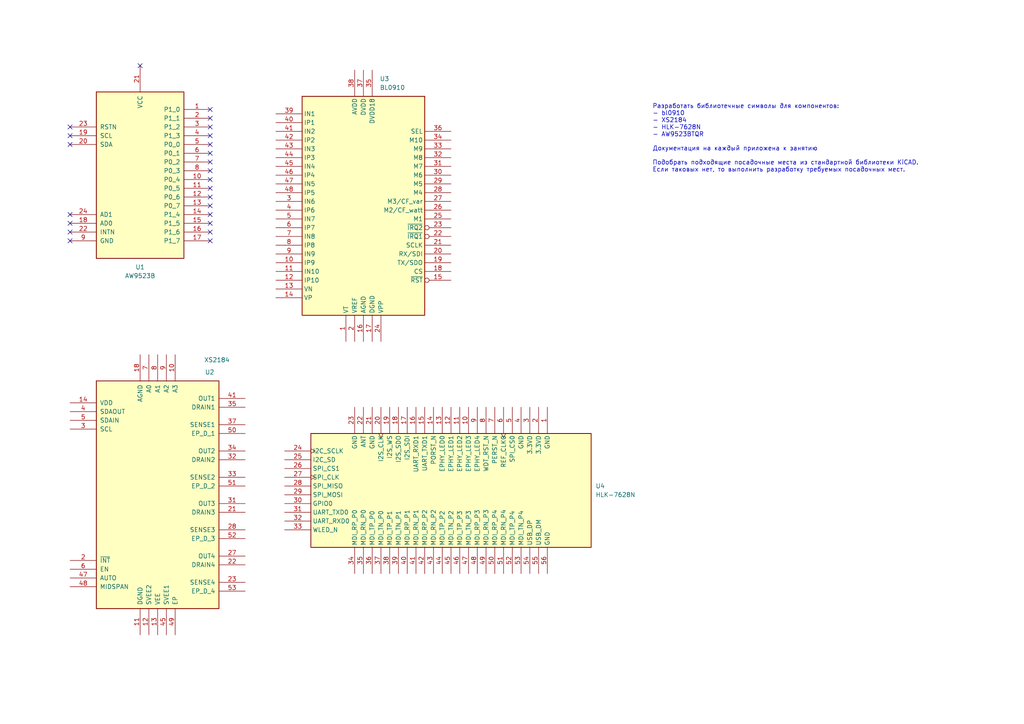
<source format=kicad_sch>
(kicad_sch (version 20231120) (generator "eeschema") (generator_version "8.0")
  (paper "A4")
  (lib_symbols
    (symbol "mipt:AW9523B" (pin_names (offset 1.016))
      (property "Reference" "U" (at 0 -2.54 0))
      (property "Value" "AW9523B" (at 0 2.54 0))
      (symbol "AW9523B_1_0"
        (rectangle (start -12.7 24.13) (end 12.7 -24.13) (stroke (width 0.254)) (fill (type background)))
      )
      (symbol "AW9523B_1_1"
        (pin bidirectional line (at 20.32 19.05 180) (length 7.62) (name "P1_0") (number "1"))
        (pin bidirectional line (at 20.32 -1.27 180) (length 7.62) (name "P0_4") (number "10"))
        (pin bidirectional line (at 20.32 -3.81 180) (length 7.62) (name "P0_5") (number "11"))
        (pin bidirectional line (at 20.32 -6.35 180) (length 7.62) (name "P0_6") (number "12"))
        (pin bidirectional line (at 20.32 -8.89 180) (length 7.62) (name "P0_7") (number "13"))
        (pin bidirectional line (at 20.32 -11.43 180) (length 7.62) (name "P1_4") (number "14"))
        (pin bidirectional line (at 20.32 -13.97 180) (length 7.62) (name "P1_5") (number "15"))
        (pin bidirectional line (at 20.32 -16.51 180) (length 7.62) (name "P1_6") (number "16"))
        (pin bidirectional line (at 20.32 -19.05 180) (length 7.62) (name "P1_7") (number "17"))
        (pin input line (at -20.32 -13.97 0) (length 7.62) (name "AD0") (number "18"))
        (pin input line (at -20.32 11.43 0) (length 7.62) (name "SCL") (number "19"))
        (pin bidirectional line (at 20.32 16.51 180) (length 7.62) (name "P1_1") (number "2"))
        (pin bidirectional line (at -20.32 8.89 0) (length 7.62) (name "SDA") (number "20"))
        (pin power_in line (at 0 31.75 270) (length 7.62) (name "VCC") (number "21"))
        (pin output line (at -20.32 -16.51 0) (length 7.62) (name "INTN") (number "22"))
        (pin input line (at -20.32 13.97 0) (length 7.62) (name "RSTN") (number "23"))
        (pin input line (at -20.32 -11.43 0) (length 7.62) (name "AD1") (number "24"))
        (pin bidirectional line (at 20.32 13.97 180) (length 7.62) (name "P1_2") (number "3"))
        (pin bidirectional line (at 20.32 11.43 180) (length 7.62) (name "P1_3") (number "4"))
        (pin bidirectional line (at 20.32 8.89 180) (length 7.62) (name "P0_0") (number "5"))
        (pin bidirectional line (at 20.32 6.35 180) (length 7.62) (name "P0_1") (number "6"))
        (pin bidirectional line (at 20.32 3.81 180) (length 7.62) (name "P0_2") (number "7"))
        (pin bidirectional line (at 20.32 1.27 180) (length 7.62) (name "P0_3") (number "8"))
        (pin power_in line (at -20.32 -19.05 0) (length 7.62) (name "GND") (number "9"))
      )
    )
    (symbol "mipt:HLK-7628N"
      (property "Reference" "U" (at 42.164 1.016 0))
      (property "Value" "HLK-7628N" (at 47.244 -1.524 0))
      (symbol "HLK-7628N_1_0"
        (rectangle (start -40.64 16.51) (end 40.64 -16.51) (stroke (width 0.254)) (fill (type background)))
      )
      (symbol "HLK-7628N_1_1"
        (pin power_in line (at 27.94 24.13 270) (length 7.62) (name "GND") (number "1"))
        (pin bidirectional line (at 5.08 24.13 270) (length 7.62) (name "EPHY_LED3") (number "10"))
        (pin bidirectional line (at 2.54 24.13 270) (length 7.62) (name "EPHY_LED2") (number "11"))
        (pin bidirectional line (at 0 24.13 270) (length 7.62) (name "EPHY_LED1") (number "12"))
        (pin bidirectional line (at -2.54 24.13 270) (length 7.62) (name "EPHY_LED0") (number "13"))
        (pin bidirectional line (at -5.08 24.13 270) (length 7.62) (name "PORST_N") (number "14"))
        (pin output line (at -7.62 24.13 270) (length 7.62) (name "UART_TXD1") (number "15"))
        (pin input line (at -10.16 24.13 270) (length 7.62) (name "UART_RXD1") (number "16"))
        (pin bidirectional line (at -12.7 24.13 270) (length 7.62) (name "I2S_SDI") (number "17"))
        (pin bidirectional line (at -15.24 24.13 270) (length 7.62) (name "I2S_SDO") (number "18"))
        (pin bidirectional line (at -17.78 24.13 270) (length 7.62) (name "I2S_WS") (number "19"))
        (pin power_in line (at 25.4 24.13 270) (length 7.62) (name "3.3VD") (number "2"))
        (pin bidirectional clock (at -20.32 24.13 270) (length 7.62) (name "I2S_CLK") (number "20"))
        (pin power_in line (at -22.86 24.13 270) (length 7.62) (name "GND") (number "21"))
        (pin bidirectional line (at -25.4 24.13 270) (length 7.62) (name "ANT") (number "22"))
        (pin power_in line (at -27.94 24.13 270) (length 7.62) (name "GND") (number "23"))
        (pin bidirectional clock (at -48.26 11.43 0) (length 7.62) (name "I2C_SCLK") (number "24"))
        (pin bidirectional line (at -48.26 8.89 0) (length 7.62) (name "I2C_SD") (number "25"))
        (pin bidirectional line (at -48.26 6.35 0) (length 7.62) (name "SPI_CS1") (number "26"))
        (pin bidirectional clock (at -48.26 3.81 0) (length 7.62) (name "SPI_CLK") (number "27"))
        (pin bidirectional line (at -48.26 1.27 0) (length 7.62) (name "SPI_MISO") (number "28"))
        (pin bidirectional line (at -48.26 -1.27 0) (length 7.62) (name "SPI_MOSI") (number "29"))
        (pin power_in line (at 22.86 24.13 270) (length 7.62) (name "3.3VD") (number "3"))
        (pin bidirectional line (at -48.26 -3.81 0) (length 7.62) (name "GPIO0") (number "30"))
        (pin output line (at -48.26 -6.35 0) (length 7.62) (name "UART_TXD0") (number "31"))
        (pin input line (at -48.26 -8.89 0) (length 7.62) (name "UART_RXD0") (number "32"))
        (pin bidirectional line (at -48.26 -11.43 0) (length 7.62) (name "WLED_N") (number "33"))
        (pin bidirectional line (at -27.94 -24.13 90) (length 7.62) (name "MDI_RP_P0") (number "34"))
        (pin bidirectional line (at -25.4 -24.13 90) (length 7.62) (name "MDI_RN_P0") (number "35"))
        (pin bidirectional line (at -22.86 -24.13 90) (length 7.62) (name "MDI_TP_P0") (number "36"))
        (pin bidirectional line (at -20.32 -24.13 90) (length 7.62) (name "MDI_TN_P0") (number "37"))
        (pin bidirectional line (at -17.78 -24.13 90) (length 7.62) (name "MDI_TP_P1") (number "38"))
        (pin bidirectional line (at -15.24 -24.13 90) (length 7.62) (name "MDI_TN_P1") (number "39"))
        (pin power_in line (at 20.32 24.13 270) (length 7.62) (name "GND") (number "4"))
        (pin bidirectional line (at -12.7 -24.13 90) (length 7.62) (name "MDI_RP_P1") (number "40"))
        (pin bidirectional line (at -10.16 -24.13 90) (length 7.62) (name "MDI_RN_P1") (number "41"))
        (pin bidirectional line (at -7.62 -24.13 90) (length 7.62) (name "MDI_RP_P2") (number "42"))
        (pin bidirectional line (at -5.08 -24.13 90) (length 7.62) (name "MDI_RN_P2") (number "43"))
        (pin bidirectional line (at -2.54 -24.13 90) (length 7.62) (name "MDI_TP_P2") (number "44"))
        (pin bidirectional line (at 0 -24.13 90) (length 7.62) (name "MDI_TN_P2") (number "45"))
        (pin bidirectional line (at 2.54 -24.13 90) (length 7.62) (name "MDI_TP_P3") (number "46"))
        (pin bidirectional line (at 5.08 -24.13 90) (length 7.62) (name "MDI_TN_P3") (number "47"))
        (pin bidirectional line (at 7.62 -24.13 90) (length 7.62) (name "MDI_RP_P3") (number "48"))
        (pin bidirectional line (at 10.16 -24.13 90) (length 7.62) (name "MDI_RN_P3") (number "49"))
        (pin bidirectional line (at 17.78 24.13 270) (length 7.62) (name "SPI_CS0") (number "5"))
        (pin bidirectional line (at 12.7 -24.13 90) (length 7.62) (name "MDI_RP_P4") (number "50"))
        (pin bidirectional line (at 15.24 -24.13 90) (length 7.62) (name "MDI_RN_P4") (number "51"))
        (pin bidirectional line (at 17.78 -24.13 90) (length 7.62) (name "MDI_TP_P4") (number "52"))
        (pin bidirectional line (at 20.32 -24.13 90) (length 7.62) (name "MDI_TN_P4") (number "53"))
        (pin bidirectional line (at 22.86 -24.13 90) (length 7.62) (name "USB_DP") (number "54"))
        (pin bidirectional line (at 25.4 -24.13 90) (length 7.62) (name "USB_DM") (number "55"))
        (pin power_in line (at 27.94 -24.13 90) (length 7.62) (name "GND") (number "56"))
        (pin bidirectional clock (at 15.24 24.13 270) (length 7.62) (name "REF_CLK0") (number "6"))
        (pin bidirectional line (at 12.7 24.13 270) (length 7.62) (name "PERST_N") (number "7"))
        (pin bidirectional line (at 10.16 24.13 270) (length 7.62) (name "WDT_RST_N") (number "8"))
        (pin bidirectional line (at 7.62 24.13 270) (length 7.62) (name "EPHY_LED4") (number "9"))
      )
    )
    (symbol "mipt:XS2184" (pin_names (offset 1.016))
      (property "Reference" "U" (at 0 -2.54 0))
      (property "Value" "XS2184" (at 0 2.54 0))
      (symbol "XS2184_1_0"
        (rectangle (start -17.78 33.02) (end 17.78 -33.02) (stroke (width 0.254)) (fill (type background)))
      )
      (symbol "XS2184_1_1"
        (pin passive line (at -25.4 0 0) (length 7.62) hide (name "N.C.") (number "1"))
        (pin input line (at 5.08 40.64 270) (length 7.62) (name "A3") (number "10"))
        (pin power_in line (at -5.08 -40.64 90) (length 7.62) (name "DGND") (number "11"))
        (pin power_in line (at -2.54 -40.64 90) (length 7.62) (name "SVEE2") (number "12"))
        (pin power_in line (at 0 -40.64 90) (length 7.62) (name "VEE") (number "13"))
        (pin power_in line (at -25.4 26.67 0) (length 7.62) (name "VDD") (number "14"))
        (pin passive line (at -25.4 0 0) (length 7.62) hide (name "N.C.") (number "15"))
        (pin passive line (at -25.4 0 0) (length 7.62) hide (name "N.C.") (number "16"))
        (pin passive line (at -25.4 0 0) (length 7.62) hide (name "N.C.") (number "17"))
        (pin power_in line (at -5.08 40.64 270) (length 7.62) (name "AGND") (number "18"))
        (pin passive line (at -25.4 0 0) (length 7.62) hide (name "N.C.") (number "19"))
        (pin output line (at -25.4 -19.05 0) (length 7.62) (name "~{INT}") (number "2"))
        (pin passive line (at -25.4 0 0) (length 7.62) hide (name "N.C.") (number "20"))
        (pin output line (at 25.4 -5.08 180) (length 7.62) (name "DRAIN3") (number "21"))
        (pin output line (at 25.4 -20.32 180) (length 7.62) (name "DRAIN4") (number "22"))
        (pin input line (at 25.4 -25.4 180) (length 7.62) (name "SENSE4") (number "23"))
        (pin passive line (at -25.4 0 0) (length 7.62) hide (name "N.C.") (number "24"))
        (pin output line (at 25.4 -22.86 180) (length 7.62) hide (name "DRAIN4") (number "25"))
        (pin output line (at 25.4 -22.86 180) (length 7.62) hide (name "DRAIN4") (number "26"))
        (pin output line (at 25.4 -17.78 180) (length 7.62) (name "OUT4") (number "27"))
        (pin input line (at 25.4 -10.16 180) (length 7.62) (name "SENSE3") (number "28"))
        (pin output line (at 25.4 -7.62 180) (length 7.62) hide (name "DRAIN3") (number "29"))
        (pin bidirectional line (at -25.4 19.05 0) (length 7.62) (name "SCL") (number "3"))
        (pin output line (at 25.4 -7.62 180) (length 7.62) hide (name "DRAIN3") (number "30"))
        (pin output line (at 25.4 -2.54 180) (length 7.62) (name "OUT3") (number "31"))
        (pin output line (at 25.4 10.16 180) (length 7.62) (name "DRAIN2") (number "32"))
        (pin input line (at 25.4 5.08 180) (length 7.62) (name "SENSE2") (number "33"))
        (pin output line (at 25.4 12.7 180) (length 7.62) (name "OUT2") (number "34"))
        (pin output line (at 25.4 25.4 180) (length 7.62) (name "DRAIN1") (number "35"))
        (pin output line (at 25.4 22.86 180) (length 7.62) hide (name "DRAIN1") (number "36"))
        (pin input line (at 25.4 20.32 180) (length 7.62) (name "SENSE1") (number "37"))
        (pin passive line (at -25.4 0 0) (length 7.62) hide (name "N.C.") (number "38"))
        (pin output line (at 25.4 22.86 180) (length 7.62) hide (name "DRAIN1") (number "39"))
        (pin output line (at -25.4 24.13 0) (length 7.62) (name "SDAOUT") (number "4"))
        (pin output line (at 25.4 7.62 180) (length 7.62) hide (name "DRAIN2") (number "40"))
        (pin output line (at 25.4 27.94 180) (length 7.62) (name "OUT1") (number "41"))
        (pin passive line (at -25.4 0 0) (length 7.62) hide (name "N.C.") (number "42"))
        (pin passive line (at -25.4 0 0) (length 7.62) hide (name "N.C.") (number "43"))
        (pin passive line (at -25.4 0 0) (length 7.62) hide (name "N.C.") (number "44"))
        (pin power_in line (at 2.54 -40.64 90) (length 7.62) (name "SVEE1") (number "45"))
        (pin passive line (at -25.4 0 0) (length 7.62) hide (name "N.C.") (number "46"))
        (pin input line (at -25.4 -24.13 0) (length 7.62) (name "AUTO") (number "47"))
        (pin input line (at -25.4 -26.67 0) (length 7.62) (name "MIDSPAN") (number "48"))
        (pin power_in line (at 5.08 -40.64 90) (length 7.62) (name "EP") (number "49"))
        (pin input line (at -25.4 21.59 0) (length 7.62) (name "SDAIN") (number "5"))
        (pin power_in line (at 25.4 17.78 180) (length 7.62) (name "EP_D_1") (number "50"))
        (pin power_in line (at 25.4 2.54 180) (length 7.62) (name "EP_D_2") (number "51"))
        (pin power_in line (at 25.4 -12.7 180) (length 7.62) (name "EP_D_3") (number "52"))
        (pin power_in line (at 25.4 -27.94 180) (length 7.62) (name "EP_D_4") (number "53"))
        (pin input line (at -25.4 -21.59 0) (length 7.62) (name "EN") (number "6"))
        (pin input line (at -2.54 40.64 270) (length 7.62) (name "A0") (number "7"))
        (pin input line (at 0 40.64 270) (length 7.62) (name "A1") (number "8"))
        (pin input line (at 2.54 40.64 270) (length 7.62) (name "A2") (number "9"))
      )
    )
    (symbol "mipt:bl0910"
      (property "Reference" "U" (at 0 1.27 0))
      (property "Value" "BL0910" (at 0 -1.27 0))
      (symbol "bl0910_1_0"
        (rectangle (start -17.78 29.21) (end 17.78 -34.29) (stroke (width 0.254)) (fill (type background)))
      )
      (symbol "bl0910_1_1"
        (pin input line (at -5.08 -41.91 90) (length 7.62) (name "VT") (number "1"))
        (pin input line (at -25.4 -19.05 0) (length 7.62) (name "IP9") (number "10"))
        (pin input line (at -25.4 -21.59 0) (length 7.62) (name "IN10") (number "11"))
        (pin input line (at -25.4 -24.13 0) (length 7.62) (name "IP10") (number "12"))
        (pin input line (at -25.4 -26.67 0) (length 7.62) (name "VN") (number "13"))
        (pin input line (at -25.4 -29.21 0) (length 7.62) (name "VP") (number "14"))
        (pin input inverted (at 25.4 -24.13 180) (length 7.62) (name "~{RST}") (number "15"))
        (pin input line (at 0 -41.91 90) (length 7.62) (name "AGND") (number "16"))
        (pin input line (at 2.54 -41.91 90) (length 7.62) (name "DGND") (number "17"))
        (pin input line (at 25.4 -21.59 180) (length 7.62) (name "CS") (number "18"))
        (pin output line (at 25.4 -19.05 180) (length 7.62) (name "TX/SDO") (number "19"))
        (pin bidirectional line (at -2.54 -41.91 90) (length 7.62) (name "VREF") (number "2"))
        (pin input line (at 25.4 -16.51 180) (length 7.62) (name "RX/SDI") (number "20"))
        (pin input line (at 25.4 -13.97 180) (length 7.62) (name "SCLK") (number "21"))
        (pin output inverted (at 25.4 -11.43 180) (length 7.62) (name "~{IRQ1}") (number "22"))
        (pin output inverted (at 25.4 -8.89 180) (length 7.62) (name "~{IRQ2}") (number "23"))
        (pin input line (at 5.08 -41.91 90) (length 7.62) (name "VPP") (number "24"))
        (pin output line (at 25.4 -6.35 180) (length 7.62) (name "M1") (number "25"))
        (pin output line (at 25.4 -3.81 180) (length 7.62) (name "M2/CF_watt") (number "26"))
        (pin output line (at 25.4 -1.27 180) (length 7.62) (name "M3/CF_var") (number "27"))
        (pin output line (at 25.4 1.27 180) (length 7.62) (name "M4") (number "28"))
        (pin output line (at 25.4 3.81 180) (length 7.62) (name "M5") (number "29"))
        (pin input line (at -25.4 -1.27 0) (length 7.62) (name "IN6") (number "3"))
        (pin output line (at 25.4 6.35 180) (length 7.62) (name "M6") (number "30"))
        (pin output line (at 25.4 8.89 180) (length 7.62) (name "M7") (number "31"))
        (pin output line (at 25.4 11.43 180) (length 7.62) (name "M8") (number "32"))
        (pin output line (at 25.4 13.97 180) (length 7.62) (name "M9") (number "33"))
        (pin output line (at 25.4 16.51 180) (length 7.62) (name "M10") (number "34"))
        (pin bidirectional line (at 2.54 36.83 270) (length 7.62) (name "DVDD18") (number "35"))
        (pin input line (at 25.4 19.05 180) (length 7.62) (name "SEL") (number "36"))
        (pin input line (at 0 36.83 270) (length 7.62) (name "DVDD") (number "37"))
        (pin input line (at -2.54 36.83 270) (length 7.62) (name "AVDD") (number "38"))
        (pin input line (at -25.4 24.13 0) (length 7.62) (name "IN1") (number "39"))
        (pin input line (at -25.4 -3.81 0) (length 7.62) (name "IP6") (number "4"))
        (pin input line (at -25.4 21.59 0) (length 7.62) (name "IP1") (number "40"))
        (pin input line (at -25.4 19.05 0) (length 7.62) (name "IN2") (number "41"))
        (pin input line (at -25.4 16.51 0) (length 7.62) (name "IP2") (number "42"))
        (pin input line (at -25.4 13.97 0) (length 7.62) (name "IN3") (number "43"))
        (pin input line (at -25.4 11.43 0) (length 7.62) (name "IP3") (number "44"))
        (pin input line (at -25.4 8.89 0) (length 7.62) (name "IN4") (number "45"))
        (pin input line (at -25.4 6.35 0) (length 7.62) (name "IP4") (number "46"))
        (pin input line (at -25.4 3.81 0) (length 7.62) (name "IN5") (number "47"))
        (pin input line (at -25.4 1.27 0) (length 7.62) (name "IP5") (number "48"))
        (pin input line (at -25.4 -6.35 0) (length 7.62) (name "IN7") (number "5"))
        (pin input line (at -25.4 -8.89 0) (length 7.62) (name "IP7") (number "6"))
        (pin input line (at -25.4 -11.43 0) (length 7.62) (name "IN8") (number "7"))
        (pin input line (at -25.4 -13.97 0) (length 7.62) (name "IP8") (number "8"))
        (pin input line (at -25.4 -16.51 0) (length 7.62) (name "IN9") (number "9"))
      )
    )
  )
  (no_connect (at 60.96 64.77))
  (no_connect (at 60.96 52.07))
  (no_connect (at 20.32 69.85))
  (no_connect (at 60.96 54.61))
  (no_connect (at 60.96 34.29))
  (no_connect (at 40.64 19.05))
  (no_connect (at 20.32 39.37))
  (no_connect (at 60.96 44.45))
  (no_connect (at 20.32 41.91))
  (no_connect (at 20.32 36.83))
  (no_connect (at 20.32 64.77))
  (no_connect (at 20.32 62.23))
  (no_connect (at 60.96 41.91))
  (no_connect (at 60.96 46.99))
  (no_connect (at 60.96 31.75))
  (no_connect (at 60.96 62.23))
  (no_connect (at 60.96 36.83))
  (no_connect (at 60.96 49.53))
  (no_connect (at 60.96 57.15))
  (no_connect (at 60.96 67.31))
  (no_connect (at 60.96 69.85))
  (no_connect (at 20.32 67.31))
  (no_connect (at 60.96 39.37))
  (no_connect (at 60.96 59.69))
  (text "Разработать библиотечные символы для компонентов:\n- bl0910\n- XS2184\n- HLK-7628N\n- AW9523BTQR\n\nДокументация на каждый приложена к занятию\n\nПодобрать подходящие посадочные места из стандартной библиотеки KiCAD. \nЕсли таковых нет, то выполнить разработку требуемых посадочных мест. \n" (at 189.23 40.132 0) (effects (font (size 1.27 1.27)) (justify left)))
  (symbol (lib_id "mipt:XS2184") (at 45.72 143.51 0) (unit 1)
    (property "Reference" "U2" (at 59.436 107.95 0) (effects (justify left)))
    (property "Value" "XS2184" (at 59.182 104.394 0) (effects (justify left)))
    (property "Footprint" "mipt:QFN-48-1EP_7x7mm_P0.5mm_EP5.6x5.6mm_1" (effects (hide yes)))
    (property "Datasheet" "./datasheets/XS2184 Datasheet CN V1.0.pdf" (effects (hide yes)))
  )
  (symbol (lib_id "mipt:HLK-7628N") (at 130.81 142.24 0) (unit 1)
    (property "Reference" "U4" (at 172.72 140.9699 0) (effects (justify left)))
    (property "Value" "HLK-7628N" (at 172.72 143.5099 0) (effects (justify left)))
    (property "Footprint" "mipt:HLK-7628N" (effects (hide yes)))
    (property "Datasheet" "./datasheets/HLK-7628N_V2.6.pdf" (effects (hide yes)))
  )
  (symbol (lib_id "mipt:AW9523B") (at 40.64 50.8 0) (unit 1)
    (property "Reference" "U1" (at 40.64 77.47 0))
    (property "Value" "AW9523B" (at 40.64 80.01 0))
    (property "Footprint" "mipt:TQFN-24-1EP_4x4mm_P0.5mm_EP2.1x2.1mm" (effects (hide yes)))
    (property "Datasheet" "./datasheets/AW9523+English+Datasheet.pdf" (effects (hide yes)))
  )
  (symbol (lib_id "mipt:bl0910") (at 105.41 57.15 0) (unit 1)
    (property "Reference" "U3" (at 110.1441 22.86 0) (effects (justify left)))
    (property "Value" "BL0910" (at 110.1441 25.4 0) (effects (justify left)))
    (property "Footprint" "Package_QFP:LQFP-48_7x7mm_P0.5mm" (effects (hide yes)))
    (property "Datasheet" "./datasheets/bl0910.pdf" (effects (hide yes)))
  )
)
</source>
